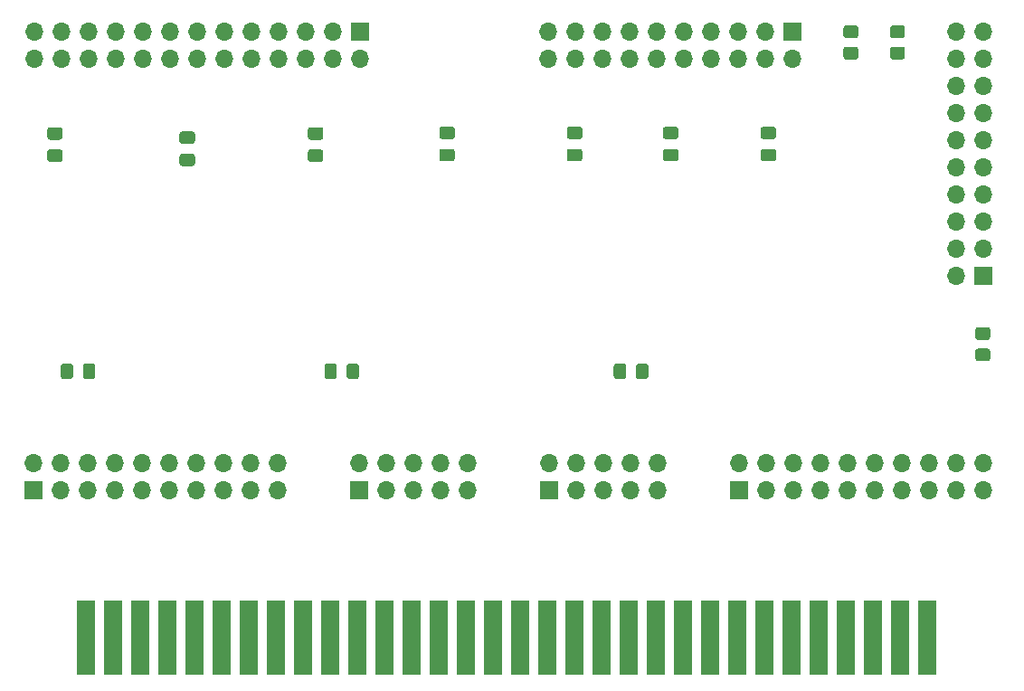
<source format=gbs>
G04 #@! TF.GenerationSoftware,KiCad,Pcbnew,(5.1.12-1-10_14)*
G04 #@! TF.CreationDate,2023-09-30T13:24:09-06:00*
G04 #@! TF.ProjectId,GenMemBlock,47656e4d-656d-4426-9c6f-636b2e6b6963,rev?*
G04 #@! TF.SameCoordinates,Original*
G04 #@! TF.FileFunction,Soldermask,Bot*
G04 #@! TF.FilePolarity,Negative*
%FSLAX46Y46*%
G04 Gerber Fmt 4.6, Leading zero omitted, Abs format (unit mm)*
G04 Created by KiCad (PCBNEW (5.1.12-1-10_14)) date 2023-09-30 13:24:09*
%MOMM*%
%LPD*%
G01*
G04 APERTURE LIST*
%ADD10R,1.778000X6.985000*%
%ADD11O,1.700000X1.700000*%
%ADD12R,1.700000X1.700000*%
G04 APERTURE END LIST*
D10*
X40640000Y-130810000D03*
X45720000Y-130810000D03*
X48260000Y-130810000D03*
X43180000Y-130810000D03*
X50800000Y-130810000D03*
X114300000Y-130810000D03*
X111760000Y-130810000D03*
X116840000Y-130810000D03*
X109220000Y-130810000D03*
X119380000Y-130810000D03*
X53340000Y-130810000D03*
X55880000Y-130810000D03*
X58420000Y-130810000D03*
X60960000Y-130810000D03*
X63500000Y-130810000D03*
X66040000Y-130810000D03*
X68580000Y-130810000D03*
X71120000Y-130810000D03*
X73660000Y-130810000D03*
X76200000Y-130810000D03*
X78740000Y-130810000D03*
X81280000Y-130810000D03*
X83820000Y-130810000D03*
X86360000Y-130810000D03*
X88900000Y-130810000D03*
X91440000Y-130810000D03*
X93980000Y-130810000D03*
X96520000Y-130810000D03*
X99060000Y-130810000D03*
X101600000Y-130810000D03*
X104140000Y-130810000D03*
X106680000Y-130810000D03*
G36*
G01*
X124111599Y-103778000D02*
X125011601Y-103778000D01*
G75*
G02*
X125261600Y-104027999I0J-249999D01*
G01*
X125261600Y-104728001D01*
G75*
G02*
X125011601Y-104978000I-249999J0D01*
G01*
X124111599Y-104978000D01*
G75*
G02*
X123861600Y-104728001I0J249999D01*
G01*
X123861600Y-104027999D01*
G75*
G02*
X124111599Y-103778000I249999J0D01*
G01*
G37*
G36*
G01*
X124111599Y-101778000D02*
X125011601Y-101778000D01*
G75*
G02*
X125261600Y-102027999I0J-249999D01*
G01*
X125261600Y-102728001D01*
G75*
G02*
X125011601Y-102978000I-249999J0D01*
G01*
X124111599Y-102978000D01*
G75*
G02*
X123861600Y-102728001I0J249999D01*
G01*
X123861600Y-102027999D01*
G75*
G02*
X124111599Y-101778000I249999J0D01*
G01*
G37*
D11*
X35789000Y-76690000D03*
X35789000Y-74150000D03*
X38329000Y-76690000D03*
X38329000Y-74150000D03*
X40869000Y-76690000D03*
X40869000Y-74150000D03*
X43409000Y-76690000D03*
X43409000Y-74150000D03*
X45949000Y-76690000D03*
X45949000Y-74150000D03*
X48489000Y-76690000D03*
X48489000Y-74150000D03*
X51029000Y-76690000D03*
X51029000Y-74150000D03*
X53569000Y-76690000D03*
X53569000Y-74150000D03*
X56109000Y-76690000D03*
X56109000Y-74150000D03*
X58649000Y-76690000D03*
X58649000Y-74150000D03*
X61189000Y-76690000D03*
X61189000Y-74150000D03*
X63729000Y-76690000D03*
X63729000Y-74150000D03*
X66269000Y-76690000D03*
D12*
X66269000Y-74150000D03*
G36*
G01*
X38194000Y-84241000D02*
X37244000Y-84241000D01*
G75*
G02*
X36994000Y-83991000I0J250000D01*
G01*
X36994000Y-83316000D01*
G75*
G02*
X37244000Y-83066000I250000J0D01*
G01*
X38194000Y-83066000D01*
G75*
G02*
X38444000Y-83316000I0J-250000D01*
G01*
X38444000Y-83991000D01*
G75*
G02*
X38194000Y-84241000I-250000J0D01*
G01*
G37*
G36*
G01*
X38194000Y-86316000D02*
X37244000Y-86316000D01*
G75*
G02*
X36994000Y-86066000I0J250000D01*
G01*
X36994000Y-85391000D01*
G75*
G02*
X37244000Y-85141000I250000J0D01*
G01*
X38194000Y-85141000D01*
G75*
G02*
X38444000Y-85391000I0J-250000D01*
G01*
X38444000Y-86066000D01*
G75*
G02*
X38194000Y-86316000I-250000J0D01*
G01*
G37*
X66167000Y-117043200D03*
D11*
X66167000Y-114503200D03*
X68707000Y-117043200D03*
X68707000Y-114503200D03*
X71247000Y-117043200D03*
X71247000Y-114503200D03*
X73787000Y-117043200D03*
X73787000Y-114503200D03*
X76327000Y-117043200D03*
X76327000Y-114503200D03*
G36*
G01*
X74897000Y-84190200D02*
X73947000Y-84190200D01*
G75*
G02*
X73697000Y-83940200I0J250000D01*
G01*
X73697000Y-83265200D01*
G75*
G02*
X73947000Y-83015200I250000J0D01*
G01*
X74897000Y-83015200D01*
G75*
G02*
X75147000Y-83265200I0J-250000D01*
G01*
X75147000Y-83940200D01*
G75*
G02*
X74897000Y-84190200I-250000J0D01*
G01*
G37*
G36*
G01*
X74897000Y-86265200D02*
X73947000Y-86265200D01*
G75*
G02*
X73697000Y-86015200I0J250000D01*
G01*
X73697000Y-85340200D01*
G75*
G02*
X73947000Y-85090200I250000J0D01*
G01*
X74897000Y-85090200D01*
G75*
G02*
X75147000Y-85340200I0J-250000D01*
G01*
X75147000Y-86015200D01*
G75*
G02*
X74897000Y-86265200I-250000J0D01*
G01*
G37*
G36*
G01*
X94876600Y-85090200D02*
X95826600Y-85090200D01*
G75*
G02*
X96076600Y-85340200I0J-250000D01*
G01*
X96076600Y-86015200D01*
G75*
G02*
X95826600Y-86265200I-250000J0D01*
G01*
X94876600Y-86265200D01*
G75*
G02*
X94626600Y-86015200I0J250000D01*
G01*
X94626600Y-85340200D01*
G75*
G02*
X94876600Y-85090200I250000J0D01*
G01*
G37*
G36*
G01*
X94876600Y-83015200D02*
X95826600Y-83015200D01*
G75*
G02*
X96076600Y-83265200I0J-250000D01*
G01*
X96076600Y-83940200D01*
G75*
G02*
X95826600Y-84190200I-250000J0D01*
G01*
X94876600Y-84190200D01*
G75*
G02*
X94626600Y-83940200I0J250000D01*
G01*
X94626600Y-83265200D01*
G75*
G02*
X94876600Y-83015200I250000J0D01*
G01*
G37*
G36*
G01*
X92093200Y-106393000D02*
X92093200Y-105443000D01*
G75*
G02*
X92343200Y-105193000I250000J0D01*
G01*
X93018200Y-105193000D01*
G75*
G02*
X93268200Y-105443000I0J-250000D01*
G01*
X93268200Y-106393000D01*
G75*
G02*
X93018200Y-106643000I-250000J0D01*
G01*
X92343200Y-106643000D01*
G75*
G02*
X92093200Y-106393000I0J250000D01*
G01*
G37*
G36*
G01*
X90018200Y-106393000D02*
X90018200Y-105443000D01*
G75*
G02*
X90268200Y-105193000I250000J0D01*
G01*
X90943200Y-105193000D01*
G75*
G02*
X91193200Y-105443000I0J-250000D01*
G01*
X91193200Y-106393000D01*
G75*
G02*
X90943200Y-106643000I-250000J0D01*
G01*
X90268200Y-106643000D01*
G75*
G02*
X90018200Y-106393000I0J250000D01*
G01*
G37*
G36*
G01*
X40328000Y-106393000D02*
X40328000Y-105443000D01*
G75*
G02*
X40578000Y-105193000I250000J0D01*
G01*
X41253000Y-105193000D01*
G75*
G02*
X41503000Y-105443000I0J-250000D01*
G01*
X41503000Y-106393000D01*
G75*
G02*
X41253000Y-106643000I-250000J0D01*
G01*
X40578000Y-106643000D01*
G75*
G02*
X40328000Y-106393000I0J250000D01*
G01*
G37*
G36*
G01*
X38253000Y-106393000D02*
X38253000Y-105443000D01*
G75*
G02*
X38503000Y-105193000I250000J0D01*
G01*
X39178000Y-105193000D01*
G75*
G02*
X39428000Y-105443000I0J-250000D01*
G01*
X39428000Y-106393000D01*
G75*
G02*
X39178000Y-106643000I-250000J0D01*
G01*
X38503000Y-106643000D01*
G75*
G02*
X38253000Y-106393000I0J250000D01*
G01*
G37*
G36*
G01*
X65016800Y-106393000D02*
X65016800Y-105443000D01*
G75*
G02*
X65266800Y-105193000I250000J0D01*
G01*
X65941800Y-105193000D01*
G75*
G02*
X66191800Y-105443000I0J-250000D01*
G01*
X66191800Y-106393000D01*
G75*
G02*
X65941800Y-106643000I-250000J0D01*
G01*
X65266800Y-106643000D01*
G75*
G02*
X65016800Y-106393000I0J250000D01*
G01*
G37*
G36*
G01*
X62941800Y-106393000D02*
X62941800Y-105443000D01*
G75*
G02*
X63191800Y-105193000I250000J0D01*
G01*
X63866800Y-105193000D01*
G75*
G02*
X64116800Y-105443000I0J-250000D01*
G01*
X64116800Y-106393000D01*
G75*
G02*
X63866800Y-106643000I-250000J0D01*
G01*
X63191800Y-106643000D01*
G75*
G02*
X62941800Y-106393000I0J250000D01*
G01*
G37*
G36*
G01*
X85885000Y-85090200D02*
X86835000Y-85090200D01*
G75*
G02*
X87085000Y-85340200I0J-250000D01*
G01*
X87085000Y-86015200D01*
G75*
G02*
X86835000Y-86265200I-250000J0D01*
G01*
X85885000Y-86265200D01*
G75*
G02*
X85635000Y-86015200I0J250000D01*
G01*
X85635000Y-85340200D01*
G75*
G02*
X85885000Y-85090200I250000J0D01*
G01*
G37*
G36*
G01*
X85885000Y-83015200D02*
X86835000Y-83015200D01*
G75*
G02*
X87085000Y-83265200I0J-250000D01*
G01*
X87085000Y-83940200D01*
G75*
G02*
X86835000Y-84190200I-250000J0D01*
G01*
X85885000Y-84190200D01*
G75*
G02*
X85635000Y-83940200I0J250000D01*
G01*
X85635000Y-83265200D01*
G75*
G02*
X85885000Y-83015200I250000J0D01*
G01*
G37*
G36*
G01*
X104970600Y-84190200D02*
X104020600Y-84190200D01*
G75*
G02*
X103770600Y-83940200I0J250000D01*
G01*
X103770600Y-83265200D01*
G75*
G02*
X104020600Y-83015200I250000J0D01*
G01*
X104970600Y-83015200D01*
G75*
G02*
X105220600Y-83265200I0J-250000D01*
G01*
X105220600Y-83940200D01*
G75*
G02*
X104970600Y-84190200I-250000J0D01*
G01*
G37*
G36*
G01*
X104970600Y-86265200D02*
X104020600Y-86265200D01*
G75*
G02*
X103770600Y-86015200I0J250000D01*
G01*
X103770600Y-85340200D01*
G75*
G02*
X104020600Y-85090200I250000J0D01*
G01*
X104970600Y-85090200D01*
G75*
G02*
X105220600Y-85340200I0J-250000D01*
G01*
X105220600Y-86015200D01*
G75*
G02*
X104970600Y-86265200I-250000J0D01*
G01*
G37*
G36*
G01*
X50576500Y-84640000D02*
X49626500Y-84640000D01*
G75*
G02*
X49376500Y-84390000I0J250000D01*
G01*
X49376500Y-83715000D01*
G75*
G02*
X49626500Y-83465000I250000J0D01*
G01*
X50576500Y-83465000D01*
G75*
G02*
X50826500Y-83715000I0J-250000D01*
G01*
X50826500Y-84390000D01*
G75*
G02*
X50576500Y-84640000I-250000J0D01*
G01*
G37*
G36*
G01*
X50576500Y-86715000D02*
X49626500Y-86715000D01*
G75*
G02*
X49376500Y-86465000I0J250000D01*
G01*
X49376500Y-85790000D01*
G75*
G02*
X49626500Y-85540000I250000J0D01*
G01*
X50576500Y-85540000D01*
G75*
G02*
X50826500Y-85790000I0J-250000D01*
G01*
X50826500Y-86465000D01*
G75*
G02*
X50576500Y-86715000I-250000J0D01*
G01*
G37*
G36*
G01*
X62590700Y-84241000D02*
X61640700Y-84241000D01*
G75*
G02*
X61390700Y-83991000I0J250000D01*
G01*
X61390700Y-83316000D01*
G75*
G02*
X61640700Y-83066000I250000J0D01*
G01*
X62590700Y-83066000D01*
G75*
G02*
X62840700Y-83316000I0J-250000D01*
G01*
X62840700Y-83991000D01*
G75*
G02*
X62590700Y-84241000I-250000J0D01*
G01*
G37*
G36*
G01*
X62590700Y-86316000D02*
X61640700Y-86316000D01*
G75*
G02*
X61390700Y-86066000I0J250000D01*
G01*
X61390700Y-85391000D01*
G75*
G02*
X61640700Y-85141000I250000J0D01*
G01*
X62590700Y-85141000D01*
G75*
G02*
X62840700Y-85391000I0J-250000D01*
G01*
X62840700Y-86066000D01*
G75*
G02*
X62590700Y-86316000I-250000J0D01*
G01*
G37*
X94107000Y-114503200D03*
X94107000Y-117043200D03*
X91567000Y-114503200D03*
X91567000Y-117043200D03*
X89027000Y-114503200D03*
X89027000Y-117043200D03*
X86487000Y-114503200D03*
X86487000Y-117043200D03*
X83947000Y-114503200D03*
D12*
X83947000Y-117043200D03*
X101727000Y-117043200D03*
D11*
X101727000Y-114503200D03*
X104267000Y-117043200D03*
X104267000Y-114503200D03*
X106807000Y-117043200D03*
X106807000Y-114503200D03*
X109347000Y-117043200D03*
X109347000Y-114503200D03*
X111887000Y-117043200D03*
X111887000Y-114503200D03*
X114427000Y-117043200D03*
X114427000Y-114503200D03*
X116967000Y-117043200D03*
X116967000Y-114503200D03*
X119507000Y-117043200D03*
X119507000Y-114503200D03*
X122047000Y-117043200D03*
X122047000Y-114503200D03*
X124587000Y-117043200D03*
X124587000Y-114503200D03*
X58572400Y-114503200D03*
X58572400Y-117043200D03*
X56032400Y-114503200D03*
X56032400Y-117043200D03*
X53492400Y-114503200D03*
X53492400Y-117043200D03*
X50952400Y-114503200D03*
X50952400Y-117043200D03*
X48412400Y-114503200D03*
X48412400Y-117043200D03*
X45872400Y-114503200D03*
X45872400Y-117043200D03*
X43332400Y-114503200D03*
X43332400Y-117043200D03*
X40792400Y-114503200D03*
X40792400Y-117043200D03*
X38252400Y-114503200D03*
X38252400Y-117043200D03*
X35712400Y-114503200D03*
D12*
X35712400Y-117043200D03*
D11*
X83921600Y-76690000D03*
X83921600Y-74150000D03*
X86461600Y-76690000D03*
X86461600Y-74150000D03*
X89001600Y-76690000D03*
X89001600Y-74150000D03*
X91541600Y-76690000D03*
X91541600Y-74150000D03*
X94081600Y-76690000D03*
X94081600Y-74150000D03*
X96621600Y-76690000D03*
X96621600Y-74150000D03*
X99161600Y-76690000D03*
X99161600Y-74150000D03*
X101701600Y-76690000D03*
X101701600Y-74150000D03*
X104241600Y-76690000D03*
X104241600Y-74150000D03*
X106781600Y-76690000D03*
D12*
X106781600Y-74150000D03*
D11*
X122037000Y-74140000D03*
X124577000Y-74140000D03*
X122037000Y-76680000D03*
X124577000Y-76680000D03*
X122037000Y-79220000D03*
X124577000Y-79220000D03*
X122037000Y-81760000D03*
X124577000Y-81760000D03*
X122037000Y-84300000D03*
X124577000Y-84300000D03*
X122037000Y-86840000D03*
X124577000Y-86840000D03*
X122037000Y-89380000D03*
X124577000Y-89380000D03*
X122037000Y-91920000D03*
X124577000Y-91920000D03*
X122037000Y-94460000D03*
X124577000Y-94460000D03*
X122037000Y-97000000D03*
D12*
X124577000Y-97000000D03*
G36*
G01*
X112667201Y-74733200D02*
X111767199Y-74733200D01*
G75*
G02*
X111517200Y-74483201I0J249999D01*
G01*
X111517200Y-73783199D01*
G75*
G02*
X111767199Y-73533200I249999J0D01*
G01*
X112667201Y-73533200D01*
G75*
G02*
X112917200Y-73783199I0J-249999D01*
G01*
X112917200Y-74483201D01*
G75*
G02*
X112667201Y-74733200I-249999J0D01*
G01*
G37*
G36*
G01*
X112667201Y-76733200D02*
X111767199Y-76733200D01*
G75*
G02*
X111517200Y-76483201I0J249999D01*
G01*
X111517200Y-75783199D01*
G75*
G02*
X111767199Y-75533200I249999J0D01*
G01*
X112667201Y-75533200D01*
G75*
G02*
X112917200Y-75783199I0J-249999D01*
G01*
X112917200Y-76483201D01*
G75*
G02*
X112667201Y-76733200I-249999J0D01*
G01*
G37*
G36*
G01*
X117036001Y-74733200D02*
X116135999Y-74733200D01*
G75*
G02*
X115886000Y-74483201I0J249999D01*
G01*
X115886000Y-73783199D01*
G75*
G02*
X116135999Y-73533200I249999J0D01*
G01*
X117036001Y-73533200D01*
G75*
G02*
X117286000Y-73783199I0J-249999D01*
G01*
X117286000Y-74483201D01*
G75*
G02*
X117036001Y-74733200I-249999J0D01*
G01*
G37*
G36*
G01*
X117036001Y-76733200D02*
X116135999Y-76733200D01*
G75*
G02*
X115886000Y-76483201I0J249999D01*
G01*
X115886000Y-75783199D01*
G75*
G02*
X116135999Y-75533200I249999J0D01*
G01*
X117036001Y-75533200D01*
G75*
G02*
X117286000Y-75783199I0J-249999D01*
G01*
X117286000Y-76483201D01*
G75*
G02*
X117036001Y-76733200I-249999J0D01*
G01*
G37*
M02*

</source>
